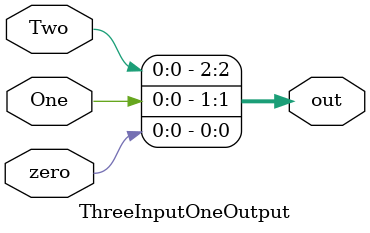
<source format=v>
module ThreeInputOneOutput(input zero, One, Two, output[2 : 0] out);
    assign out[0] = zero;
    assign out[1] = One;
    assign out[2] = Two;
endmodule

</source>
